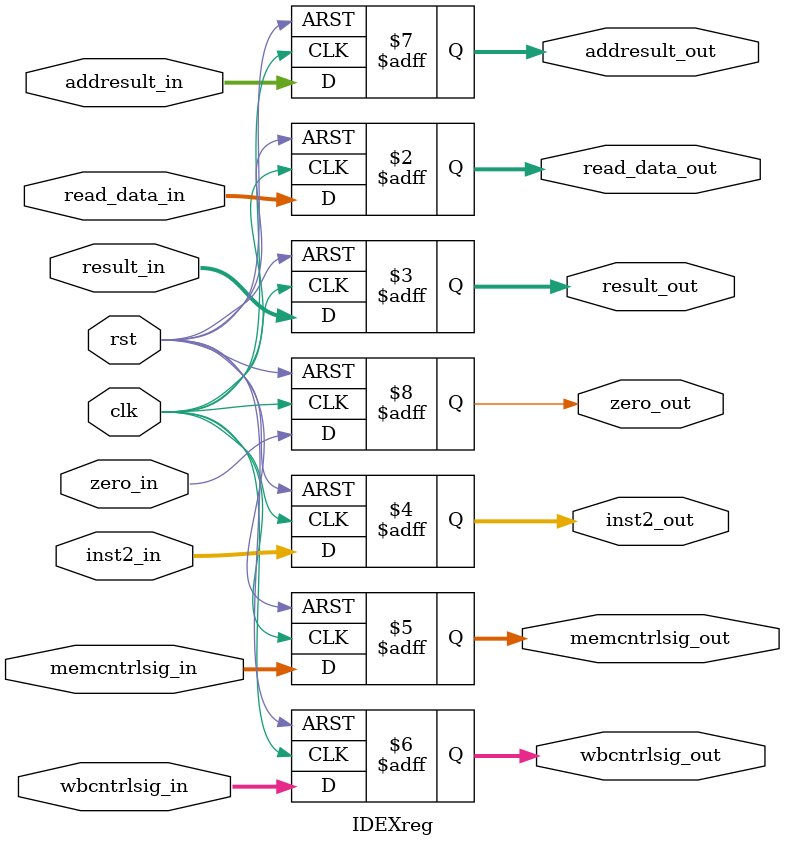
<source format=sv>
`timescale 1ns/1ns

module IDEXreg(input [31:0] read_data_in
                ,input [4:0] inst2_in
                ,input [31:0] result_in
                ,input [3:0] memcntrlsig_in
                ,input [1:0] wbcntrlsig_in
                ,input [31:0] addresult_in , input clk, rst, zero_in
                ,output reg [31:0] read_data_out
                ,output reg [31:0] result_out
                ,output reg [4:0] inst2_out
                ,output reg [3:0] memcntrlsig_out
                ,output reg [1:0] wbcntrlsig_out
                ,output reg [31:0] addresult_out
                ,output reg zero_out);
  always@(posedge clk, posedge rst) begin
    if(rst)
      {read_data_out,result_out,inst2_out,memcntrlsig_out,wbcntrlsig_out,addresult_out, zero_out} = 108'b0;
    else begin
      read_data_out <= read_data_in;
      result_out <= result_in;
      inst2_out <= inst2_in;
      memcntrlsig_out <= memcntrlsig_in;
      wbcntrlsig_out <= wbcntrlsig_in;
      addresult_out <= addresult_in;
      zero_out <= zero_in;
    end
  end
endmodule


</source>
